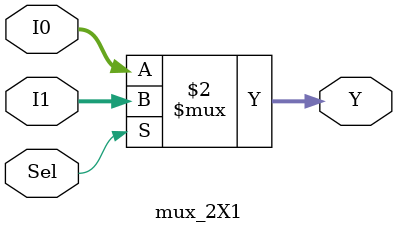
<source format=v>
`timescale 1ns / 1ps

module mux_2X1 #(parameter In_d_W=32)(
    input [In_d_W-1:0] I0,
    input [In_d_W-1:0] I1,
    input Sel,
    output [In_d_W-1:0] Y
    );
    
    assign Y=(Sel==0)?I0:I1;
endmodule
</source>
